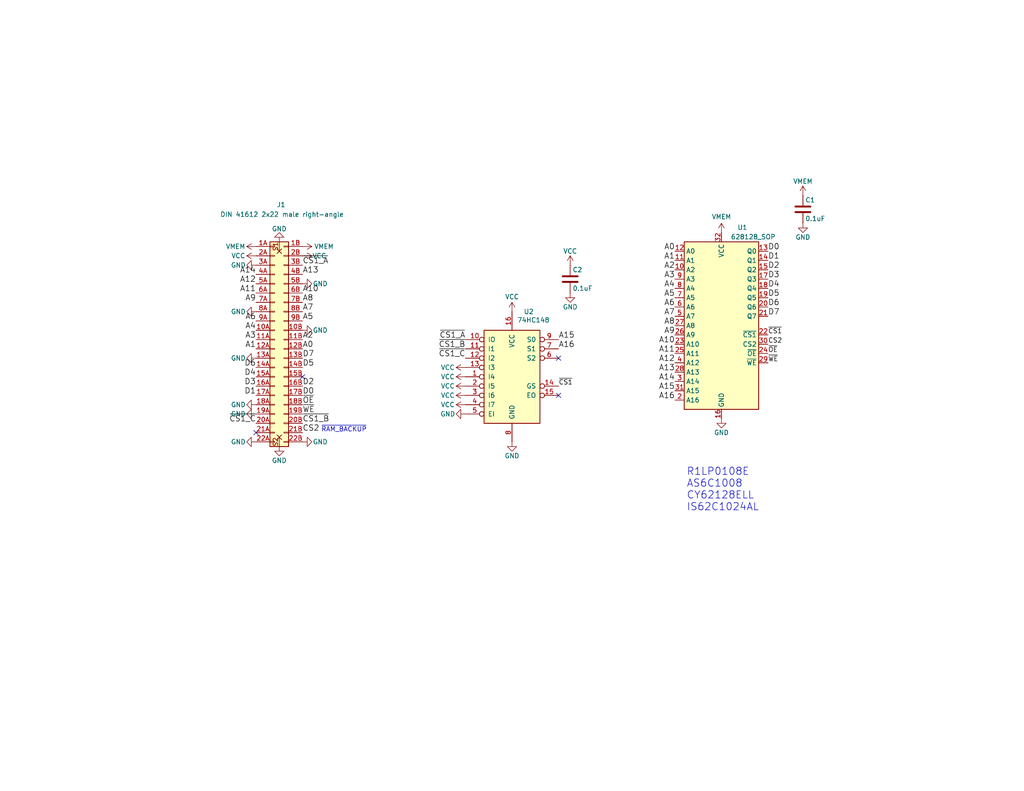
<source format=kicad_sch>
(kicad_sch (version 20211123) (generator eeschema)
  (paper "USLetter")
  (title_block (title "TANDY 600 RAM 74148") (date "2022-09-26") (rev "008") (company "Brian K. White - b.kenyon.w@gmail.com") (comment 1 "LICENSE: CC-BY-SA 4.0") (comment 2 "Originally based on Model600Sram_v1.1 by Jayeson Lee-Steer"))
  (lib_symbols
    (symbol "000_LOCAL:628128_SOP"
      (property "Reference" "U" (at -10.16 23.495 0))
      (property "Value" "628128_SOP" (at 2.54 23.495 0))
      (symbol "628128_SOP_0_0"
        (pin power_in line (at 0 -25.4 90) (length 2.54) (name "GND") (number "16"))
        (pin power_in line (at 0 25.4 270) (length 2.54) (name "VCC") (number "32"))
      )
      (symbol "628128_SOP_0_1"
        (rectangle (start -10.16 22.86) (end 10.16 -22.86) (stroke (width 0.254)) (fill (type background)))
      )
      (symbol "628128_SOP_1_1"
        (pin no_connect line (at 10.16 -20.32 180) (length 2.54) hide (name "NC") (number "1"))
        (pin input line (at -12.7 15.24 0) (length 2.54) (name "A2") (number "10"))
        (pin input line (at -12.7 17.78 0) (length 2.54) (name "A1") (number "11"))
        (pin input line (at -12.7 20.32 0) (length 2.54) (name "A0") (number "12"))
        (pin tri_state line (at 12.7 20.32 180) (length 2.54) (name "Q0") (number "13"))
        (pin tri_state line (at 12.7 17.78 180) (length 2.54) (name "Q1") (number "14"))
        (pin tri_state line (at 12.7 15.24 180) (length 2.54) (name "Q2") (number "15"))
        (pin tri_state line (at 12.7 12.7 180) (length 2.54) (name "Q3") (number "17"))
        (pin tri_state line (at 12.7 10.16 180) (length 2.54) (name "Q4") (number "18"))
        (pin tri_state line (at 12.7 7.62 180) (length 2.54) (name "Q5") (number "19"))
        (pin input line (at -12.7 -20.32 0) (length 2.54) (name "A16") (number "2"))
        (pin tri_state line (at 12.7 5.08 180) (length 2.54) (name "Q6") (number "20"))
        (pin tri_state line (at 12.7 2.54 180) (length 2.54) (name "Q7") (number "21"))
        (pin input line (at 12.7 -2.54 180) (length 2.54) (name "~{CS1}") (number "22"))
        (pin input line (at -12.7 -5.08 0) (length 2.54) (name "A10") (number "23"))
        (pin input line (at 12.7 -7.62 180) (length 2.54) (name "~{OE}") (number "24"))
        (pin input line (at -12.7 -7.62 0) (length 2.54) (name "A11") (number "25"))
        (pin input line (at -12.7 -2.54 0) (length 2.54) (name "A9") (number "26"))
        (pin input line (at -12.7 0 0) (length 2.54) (name "A8") (number "27"))
        (pin input line (at -12.7 -12.7 0) (length 2.54) (name "A13") (number "28"))
        (pin input line (at 12.7 -10.16 180) (length 2.54) (name "~{WE}") (number "29"))
        (pin input line (at -12.7 -15.24 0) (length 2.54) (name "A14") (number "3"))
        (pin input line (at 12.7 -5.08 180) (length 2.54) (name "CS2") (number "30"))
        (pin input line (at -12.7 -17.78 0) (length 2.54) (name "A15") (number "31"))
        (pin input line (at -12.7 -10.16 0) (length 2.54) (name "A12") (number "4"))
        (pin input line (at -12.7 2.54 0) (length 2.54) (name "A7") (number "5"))
        (pin input line (at -12.7 5.08 0) (length 2.54) (name "A6") (number "6"))
        (pin input line (at -12.7 7.62 0) (length 2.54) (name "A5") (number "7"))
        (pin input line (at -12.7 10.16 0) (length 2.54) (name "A4") (number "8"))
        (pin input line (at -12.7 12.7 0) (length 2.54) (name "A3") (number "9"))
      )
    )
    (symbol "000_LOCAL:74HC148" (pin_names (offset 1.016))
      (property "Reference" "U" (at -7.62 13.97 0))
      (property "Value" "74HC148" (at -7.62 -13.97 0))
      (symbol "74HC148_1_0"
        (pin input inverted (at -12.7 0 0) (length 5.08) (name "I4") (number "1"))
        (pin input inverted (at -12.7 10.16 0) (length 5.08) (name "IO") (number "10"))
        (pin input inverted (at -12.7 7.62 0) (length 5.08) (name "I1") (number "11"))
        (pin input inverted (at -12.7 5.08 0) (length 5.08) (name "I2") (number "12"))
        (pin input inverted (at -12.7 2.54 0) (length 5.08) (name "I3") (number "13"))
        (pin output inverted (at 12.7 -2.54 180) (length 5.08) (name "GS") (number "14"))
        (pin output inverted (at 12.7 -5.08 180) (length 5.08) (name "EO") (number "15"))
        (pin power_in line (at 0 17.78 270) (length 5.08) (name "VCC") (number "16"))
        (pin input inverted (at -12.7 -2.54 0) (length 5.08) (name "I5") (number "2"))
        (pin input inverted (at -12.7 -5.08 0) (length 5.08) (name "I6") (number "3"))
        (pin input inverted (at -12.7 -7.62 0) (length 5.08) (name "I7") (number "4"))
        (pin input inverted (at -12.7 -10.16 0) (length 5.08) (name "EI") (number "5"))
        (pin output inverted (at 12.7 5.08 180) (length 5.08) (name "S2") (number "6"))
        (pin output inverted (at 12.7 7.62 180) (length 5.08) (name "S1") (number "7"))
        (pin power_in line (at 0 -17.78 90) (length 5.08) (name "GND") (number "8"))
        (pin output inverted (at 12.7 10.16 180) (length 5.08) (name "S0") (number "9"))
      )
      (symbol "74HC148_1_1"
        (rectangle (start -7.62 12.7) (end 7.62 -12.7) (stroke (width 0.254)) (fill (type background)))
      )
    )
    (symbol "000_LOCAL:C" (pin_numbers hide) (pin_names (offset 0.254))
      (property "Reference" "C" (at 0.635 2.54 0))
      (property "Value" "C" (at 0.635 -2.54 0))
      (symbol "C_0_1"
        (polyline (pts (xy -2.032 -0.762) (xy 2.032 -0.762)) (stroke (width 0.508)))
        (polyline (pts (xy -2.032 0.762) (xy 2.032 0.762)) (stroke (width 0.508)))
      )
      (symbol "C_1_1"
        (pin passive line (at 0 3.81 270) (length 2.794) (name "~") (number "1"))
        (pin passive line (at 0 -3.81 90) (length 2.794) (name "~") (number "2"))
      )
    )
    (symbol "000_LOCAL:DIN 41612 2x22 male right-angle" (pin_names (offset 1.016) hide)
      (property "Reference" "J" (at -2.7432 28.9052 0))
      (property "Value" "DIN 41612 2x22 male right-angle" (at 18.8468 28.8036 0))
      (symbol "DIN 41612 2x22 male right-angle_1_1"
        (rectangle (start -1.27 -27.813) (end 0 -28.067) (stroke (width 0.1524)))
        (rectangle (start -1.27 -25.273) (end 0 -25.527) (stroke (width 0.1524)))
        (rectangle (start -1.27 -22.733) (end 0 -22.987) (stroke (width 0.1524)))
        (rectangle (start -1.27 -20.193) (end 0 -20.447) (stroke (width 0.1524)))
        (rectangle (start -1.27 -17.653) (end 0 -17.907) (stroke (width 0.1524)))
        (rectangle (start -1.27 -15.113) (end 0 -15.367) (stroke (width 0.1524)))
        (rectangle (start -1.27 -12.573) (end 0 -12.827) (stroke (width 0.1524)))
        (rectangle (start -1.27 -10.033) (end 0 -10.287) (stroke (width 0.1524)))
        (rectangle (start -1.27 -7.493) (end 0 -7.747) (stroke (width 0.1524)))
        (rectangle (start -1.27 -4.953) (end 0 -5.207) (stroke (width 0.1524)))
        (rectangle (start -1.27 -2.413) (end 0 -2.667) (stroke (width 0.1524)))
        (rectangle (start -1.27 0.127) (end 0 -0.127) (stroke (width 0.1524)))
        (rectangle (start -1.27 2.667) (end 0 2.413) (stroke (width 0.1524)))
        (rectangle (start -1.27 5.207) (end 0 4.953) (stroke (width 0.1524)))
        (rectangle (start -1.27 7.747) (end 0 7.493) (stroke (width 0.1524)))
        (rectangle (start -1.27 10.287) (end 0 10.033) (stroke (width 0.1524)))
        (rectangle (start -1.27 12.827) (end 0 12.573) (stroke (width 0.1524)))
        (rectangle (start -1.27 15.367) (end 0 15.113) (stroke (width 0.1524)))
        (rectangle (start -1.27 17.907) (end 0 17.653) (stroke (width 0.1524)))
        (rectangle (start -1.27 20.447) (end 0 20.193) (stroke (width 0.1524)))
        (rectangle (start -1.27 22.987) (end 0 22.733) (stroke (width 0.1524)))
        (rectangle (start -1.27 25.527) (end 0 25.273) (stroke (width 0.1524)))
        (rectangle (start -1.27 26.67) (end 3.81 -29.21) (stroke (width 0.254)) (fill (type background)))
        (rectangle (start 3.81 -27.813) (end 2.54 -28.067) (stroke (width 0.1524)))
        (rectangle (start 3.81 -25.273) (end 2.54 -25.527) (stroke (width 0.1524)))
        (rectangle (start 3.81 -22.733) (end 2.54 -22.987) (stroke (width 0.1524)))
        (rectangle (start 3.81 -20.193) (end 2.54 -20.447) (stroke (width 0.1524)))
        (rectangle (start 3.81 -17.653) (end 2.54 -17.907) (stroke (width 0.1524)))
        (rectangle (start 3.81 -15.113) (end 2.54 -15.367) (stroke (width 0.1524)))
        (rectangle (start 3.81 -12.573) (end 2.54 -12.827) (stroke (width 0.1524)))
        (rectangle (start 3.81 -10.033) (end 2.54 -10.287) (stroke (width 0.1524)))
        (rectangle (start 3.81 -7.493) (end 2.54 -7.747) (stroke (width 0.1524)))
        (rectangle (start 3.81 -4.953) (end 2.54 -5.207) (stroke (width 0.1524)))
        (rectangle (start 3.81 -2.413) (end 2.54 -2.667) (stroke (width 0.1524)))
        (rectangle (start 3.81 0.127) (end 2.54 -0.127) (stroke (width 0.1524)))
        (rectangle (start 3.81 2.667) (end 2.54 2.413) (stroke (width 0.1524)))
        (rectangle (start 3.81 5.207) (end 2.54 4.953) (stroke (width 0.1524)))
        (rectangle (start 3.81 7.747) (end 2.54 7.493) (stroke (width 0.1524)))
        (rectangle (start 3.81 10.287) (end 2.54 10.033) (stroke (width 0.1524)))
        (rectangle (start 3.81 12.827) (end 2.54 12.573) (stroke (width 0.1524)))
        (rectangle (start 3.81 15.367) (end 2.54 15.113) (stroke (width 0.1524)))
        (rectangle (start 3.81 17.907) (end 2.54 17.653) (stroke (width 0.1524)))
        (rectangle (start 3.81 20.447) (end 2.54 20.193) (stroke (width 0.1524)))
        (rectangle (start 3.81 22.987) (end 2.54 22.733) (stroke (width 0.1524)))
        (rectangle (start 3.81 25.527) (end 2.54 25.273) (stroke (width 0.1524)))
        (pin passive line (at -5.08 2.54 0) (length 3.81) (name "10A") (number "10A"))
        (pin passive line (at 7.62 2.54 180) (length 3.81) (name "10B") (number "10B"))
        (pin passive line (at -5.08 0 0) (length 3.81) (name "11A") (number "11A"))
        (pin passive line (at 7.62 0 180) (length 3.81) (name "11B") (number "11B"))
        (pin passive line (at -5.08 -2.54 0) (length 3.81) (name "12A") (number "12A"))
        (pin passive line (at 7.62 -2.54 180) (length 3.81) (name "12B") (number "12B"))
        (pin passive line (at -5.08 -5.08 0) (length 3.81) (name "13A") (number "13A"))
        (pin passive line (at 7.62 -5.08 180) (length 3.81) (name "13B") (number "13B"))
        (pin passive line (at -5.08 -7.62 0) (length 3.81) (name "14A") (number "14A"))
        (pin passive line (at 7.62 -7.62 180) (length 3.81) (name "14B") (number "14B"))
        (pin passive line (at -5.08 -10.16 0) (length 3.81) (name "15A") (number "15A"))
        (pin passive line (at 7.62 -10.16 180) (length 3.81) (name "15B") (number "15B"))
        (pin passive line (at -5.08 -12.7 0) (length 3.81) (name "16A") (number "16A"))
        (pin passive line (at 7.62 -12.7 180) (length 3.81) (name "16B") (number "16B"))
        (pin passive line (at -5.08 -15.24 0) (length 3.81) (name "17A") (number "17A"))
        (pin passive line (at 7.62 -15.24 180) (length 3.81) (name "17B") (number "17B"))
        (pin passive line (at -5.08 -17.78 0) (length 3.81) (name "18A") (number "18A"))
        (pin passive line (at 7.62 -17.78 180) (length 3.81) (name "18B") (number "18B"))
        (pin passive line (at -5.08 -20.32 0) (length 3.81) (name "19A") (number "19A"))
        (pin passive line (at 7.62 -20.32 180) (length 3.81) (name "19B") (number "19B"))
        (pin passive line (at -5.08 25.4 0) (length 3.81) (name "1A") (number "1A"))
        (pin passive line (at 7.62 25.4 180) (length 3.81) (name "1B") (number "1B"))
        (pin passive line (at -5.08 -22.86 0) (length 3.81) (name "20A") (number "20A"))
        (pin passive line (at 7.62 -22.86 180) (length 3.81) (name "20B") (number "20B"))
        (pin passive line (at -5.08 -25.4 0) (length 3.81) (name "21A") (number "21A"))
        (pin passive line (at 7.62 -25.4 180) (length 3.81) (name "21B") (number "21B"))
        (pin passive line (at -5.08 -27.94 0) (length 3.81) (name "22A") (number "22A"))
        (pin passive line (at 7.62 -27.94 180) (length 3.81) (name "22B") (number "22B"))
        (pin passive line (at -5.08 22.86 0) (length 3.81) (name "2A") (number "2A"))
        (pin passive line (at 7.62 22.86 180) (length 3.81) (name "2B") (number "2B"))
        (pin passive line (at -5.08 20.32 0) (length 3.81) (name "3A") (number "3A"))
        (pin passive line (at 7.62 20.32 180) (length 3.81) (name "3B") (number "3B"))
        (pin passive line (at -5.08 17.78 0) (length 3.81) (name "4A") (number "4A"))
        (pin passive line (at 7.62 17.78 180) (length 3.81) (name "4B") (number "4B"))
        (pin passive line (at -5.08 15.24 0) (length 3.81) (name "5A") (number "5A"))
        (pin passive line (at 7.62 15.24 180) (length 3.81) (name "5B") (number "5B"))
        (pin passive line (at -5.08 12.7 0) (length 3.81) (name "6A") (number "6A"))
        (pin passive line (at 7.62 12.7 180) (length 3.81) (name "6B") (number "6B"))
        (pin passive line (at -5.08 10.16 0) (length 3.81) (name "7A") (number "7A"))
        (pin passive line (at 7.62 10.16 180) (length 3.81) (name "7B") (number "7B"))
        (pin passive line (at -5.08 7.62 0) (length 3.81) (name "8A") (number "8A"))
        (pin passive line (at 7.62 7.62 180) (length 3.81) (name "8B") (number "8B"))
        (pin passive line (at -5.08 5.08 0) (length 3.81) (name "9A") (number "9A"))
        (pin passive line (at 7.62 5.08 180) (length 3.81) (name "9B") (number "9B"))
        (pin passive non_logic (at 1.27 26.67 270) (length 2.54) (name "mount") (number "S1"))
        (pin passive non_logic (at 1.27 -29.21 90) (length 2.54) (name "mount") (number "S2"))
      )
    )
    (symbol "000_LOCAL:GND" (power) (pin_names (offset 0))
      (property "Value" "GND" (at 0 -3.81 0))
      (symbol "GND_0_1"
        (polyline (pts (xy 0 0) (xy 0 -1.27) (xy 1.27 -1.27) (xy 0 -2.54) (xy -1.27 -1.27) (xy 0 -1.27)))
      )
      (symbol "GND_1_1"
        (pin power_in line (at 0 0 270) (length 0) hide (name "GND") (number "1"))
      )
    )
    (symbol "000_LOCAL:VCC" (power) (pin_names (offset 0))
      (property "Value" "VCC" (at 0 3.81 0))
      (symbol "VCC_0_1"
        (polyline (pts (xy -0.762 1.27) (xy 0 2.54)))
        (polyline (pts (xy 0 0) (xy 0 2.54)))
        (polyline (pts (xy 0 2.54) (xy 0.762 1.27)))
      )
      (symbol "VCC_1_1"
        (pin power_in line (at 0 0 90) (length 0) hide (name "VCC") (number "1"))
      )
    )
    (symbol "000_LOCAL:VMEM" (power) (pin_names (offset 0))
      (property "Value" "VMEM" (at 0 3.81 0))
      (symbol "VMEM_0_1"
        (polyline (pts (xy -0.762 1.27) (xy 0 2.54)))
        (polyline (pts (xy 0 0) (xy 0 2.54)))
        (polyline (pts (xy 0 2.54) (xy 0.762 1.27)))
      )
      (symbol "VMEM_1_1"
        (pin power_in line (at 0 0 90) (length 0) hide (name "VMEM") (number "1"))
      )
    )
  )
  (no_connect (at 69.85 118.11))
  (no_connect (at 82.55 102.87))
  (no_connect (at 152.4 107.95))
  (no_connect (at 152.4 97.79))
  (text "~{RAM_BACKUP}" (at 87.63 118.11 0) (effects (font (size 1.27 1.27)) (justify left bottom)))
  (text "R1LP0108E\nAS6C1008\nCY62128ELL\nIS62C1024AL\n" (at 187.325 139.7 0) (effects (font (size 2 2)) (justify left bottom)))
  (label "A16" (at 152.4 95.25 0) (effects (font (size 1.524 1.524))))
  (label "D2" (at 82.55 105.41 0) (effects (font (size 1.524 1.524))))
  (label "~{CS1_C}" (at 69.85 115.57 180) (effects (font (size 1.524 1.524))))
  (label "A13" (at 82.55 74.93 0) (effects (font (size 1.524 1.524))))
  (label "A12" (at 69.85 77.47 180) (effects (font (size 1.524 1.524))))
  (label "D6" (at 69.85 100.33 180) (effects (font (size 1.524 1.524))))
  (label "A13" (at 184.15 101.6 180) (effects (font (size 1.524 1.524))))
  (label "A7" (at 184.15 86.36 180) (effects (font (size 1.524 1.524))))
  (label "A1" (at 184.15 71.12 180) (effects (font (size 1.524 1.524))))
  (label "~{WE}" (at 209.55 99.06 0))
  (label "A4" (at 69.85 90.17 180) (effects (font (size 1.524 1.524))))
  (label "A3" (at 69.85 92.71 180) (effects (font (size 1.524 1.524))))
  (label "A4" (at 184.15 78.74 180) (effects (font (size 1.524 1.524))))
  (label "A12" (at 184.15 99.06 180) (effects (font (size 1.524 1.524))))
  (label "A9" (at 184.15 91.44 180) (effects (font (size 1.524 1.524))))
  (label "D0" (at 209.55 68.58 0) (effects (font (size 1.524 1.524))))
  (label "D0" (at 82.55 107.95 0) (effects (font (size 1.524 1.524))))
  (label "D7" (at 82.55 97.79 0) (effects (font (size 1.524 1.524))))
  (label "CS2" (at 82.55 118.11 0) (effects (font (size 1.524 1.524))))
  (label "A2" (at 82.55 92.71 0) (effects (font (size 1.524 1.524))))
  (label "D5" (at 209.55 81.28 0) (effects (font (size 1.524 1.524))))
  (label "A5" (at 184.15 81.28 180) (effects (font (size 1.524 1.524))))
  (label "A1" (at 69.85 95.25 180) (effects (font (size 1.524 1.524))))
  (label "~{CS1_B}" (at 127 95.25 180) (effects (font (size 1.524 1.524))))
  (label "~{CS1_A}" (at 82.55 72.39 0) (effects (font (size 1.524 1.524))))
  (label "CS2" (at 209.55 93.98 0))
  (label "~{CS1}" (at 152.4 105.41 0))
  (label "D4" (at 69.85 102.87 180) (effects (font (size 1.524 1.524))))
  (label "A11" (at 184.15 96.52 180) (effects (font (size 1.524 1.524))))
  (label "A16" (at 184.15 109.22 180) (effects (font (size 1.524 1.524))))
  (label "D1" (at 69.85 107.95 180) (effects (font (size 1.524 1.524))))
  (label "A10" (at 184.15 93.98 180) (effects (font (size 1.524 1.524))))
  (label "A3" (at 184.15 76.2 180) (effects (font (size 1.524 1.524))))
  (label "~{CS1_B}" (at 82.55 115.57 0) (effects (font (size 1.524 1.524))))
  (label "D5" (at 82.55 100.33 0) (effects (font (size 1.524 1.524))))
  (label "A6" (at 69.85 87.63 180) (effects (font (size 1.524 1.524))))
  (label "A5" (at 82.55 87.63 0) (effects (font (size 1.524 1.524))))
  (label "~{OE}" (at 82.55 110.49 0) (effects (font (size 1.524 1.524))))
  (label "A0" (at 82.55 95.25 0) (effects (font (size 1.524 1.524))))
  (label "A8" (at 82.55 82.55 0) (effects (font (size 1.524 1.524))))
  (label "D1" (at 209.55 71.12 0) (effects (font (size 1.524 1.524))))
  (label "D3" (at 69.85 105.41 180) (effects (font (size 1.524 1.524))))
  (label "A14" (at 184.15 104.14 180) (effects (font (size 1.524 1.524))))
  (label "A10" (at 82.55 80.01 0) (effects (font (size 1.524 1.524))))
  (label "A11" (at 69.85 80.01 180) (effects (font (size 1.524 1.524))))
  (label "A2" (at 184.15 73.66 180) (effects (font (size 1.524 1.524))))
  (label "D7" (at 209.55 86.36 0) (effects (font (size 1.524 1.524))))
  (label "A14" (at 69.85 74.93 180) (effects (font (size 1.524 1.524))))
  (label "~{CS1_A}" (at 127 92.71 180) (effects (font (size 1.524 1.524))))
  (label "A8" (at 184.15 88.9 180) (effects (font (size 1.524 1.524))))
  (label "D2" (at 209.55 73.66 0) (effects (font (size 1.524 1.524))))
  (label "D3" (at 209.55 76.2 0) (effects (font (size 1.524 1.524))))
  (label "A7" (at 82.55 85.09 0) (effects (font (size 1.524 1.524))))
  (label "~{CS1_C}" (at 127 97.79 180) (effects (font (size 1.524 1.524))))
  (label "A15" (at 184.15 106.68 180) (effects (font (size 1.524 1.524))))
  (label "A15" (at 152.4 92.71 0) (effects (font (size 1.524 1.524))))
  (label "A0" (at 184.15 68.58 180) (effects (font (size 1.524 1.524))))
  (label "A9" (at 69.85 82.55 180) (effects (font (size 1.524 1.524))))
  (label "~{OE}" (at 209.55 96.52 0))
  (label "A6" (at 184.15 83.82 180) (effects (font (size 1.524 1.524))))
  (label "~{CS1}" (at 209.55 91.44 0))
  (label "D4" (at 209.55 78.74 0) (effects (font (size 1.524 1.524))))
  (label "D6" (at 209.55 83.82 0) (effects (font (size 1.524 1.524))))
  (label "~{WE}" (at 82.55 113.03 0) (effects (font (size 1.524 1.524))))
  (symbol (lib_id "000_LOCAL:C") (at 219.075 57.15 0) (unit 1)
    (property "Reference" "C1" (at 219.71 54.61 0) (effects (justify left)))
    (property "Value" "0.1uF" (at 219.71 59.69 0) (effects (justify left)))
    (property "Footprint" "000_LOCAL:C_1206" (effects hide))
  )
  (symbol (lib_id "000_LOCAL:C") (at 155.575 76.2 0) (unit 1)
    (property "Reference" "C2" (at 156.21 73.66 0) (effects (justify left)))
    (property "Value" "0.1uF" (at 156.21 78.74 0) (effects (justify left)))
    (property "Footprint" "000_LOCAL:C_1206" (effects hide))
  )
  (symbol (lib_id "000_LOCAL:DIN 41612 2x22 male right-angle") (at 74.93 92.71 0) (unit 1)
    (property "Reference" "J1" (at 76.708 55.88 0))
    (property "Value" "DIN 41612 2x22 male right-angle" (at 76.962 58.547 0))
    (property "Footprint" "000_LOCAL:DIN 41612 2x22 male right-angle" (effects hide))
  )
  (symbol (lib_id "000_LOCAL:VCC") (at 155.575 72.39 0) (unit 1)
    (property "Reference" "#PWR0104" (effects hide))
    (property "Value" "VCC" (at 155.575 68.58 0))
  )
  (symbol (lib_id "000_LOCAL:VMEM") (at 69.85 67.31 90) (unit 1)
    (property "Reference" "#PWR0101" (effects hide))
    (property "Value" "VMEM" (at 64.262 67.31 90))
  )
  (symbol (lib_id "000_LOCAL:VMEM") (at 82.55 67.31 270) (unit 1)
    (property "Reference" "#PWR0102" (effects hide))
    (property "Value" "VMEM" (at 88.392 67.31 90))
  )
  (symbol (lib_id "000_LOCAL:VCC") (at 69.85 69.85 90) (unit 1)
    (property "Reference" "#PWR0103" (effects hide))
    (property "Value" "VCC" (at 65.024 69.85 90))
  )
  (symbol (lib_id "000_LOCAL:VCC") (at 82.55 69.85 270) (unit 1)
    (property "Reference" "#PWR0108" (effects hide))
    (property "Value" "VCC" (at 87.122 69.85 90))
  )
  (symbol (lib_id "000_LOCAL:GND") (at 155.575 80.01 0) (unit 1)
    (property "Reference" "#PWR0105" (effects hide))
    (property "Value" "GND" (at 155.575 83.82 0))
  )
  (symbol (lib_id "000_LOCAL:GND") (at 219.075 60.96 0) (unit 1)
    (property "Reference" "#PWR0106" (effects hide))
    (property "Value" "GND" (at 219.075 64.77 0))
  )
  (symbol (lib_id "000_LOCAL:VMEM") (at 219.075 53.34 0) (unit 1)
    (property "Reference" "#PWR0107" (effects hide))
    (property "Value" "VMEM" (at 219.075 49.53 0))
  )
  (symbol (lib_id "000_LOCAL:GND") (at 82.55 77.47 90) (unit 1)
    (property "Reference" "#PWR0109" (effects hide))
    (property "Value" "GND" (at 87.376 77.47 90))
  )
  (symbol (lib_id "000_LOCAL:GND") (at 82.55 90.17 90) (unit 1)
    (property "Reference" "#PWR0110" (effects hide))
    (property "Value" "GND" (at 87.376 90.17 90))
  )
  (symbol (lib_id "000_LOCAL:VCC") (at 127 110.49 90) (unit 1)
    (property "Reference" "#PWR0113" (effects hide))
    (property "Value" "VCC" (at 122.174 110.49 90))
  )
  (symbol (lib_id "000_LOCAL:GND") (at 127 113.03 270) (unit 1)
    (property "Reference" "#PWR0114" (effects hide))
    (property "Value" "GND" (at 122.174 113.03 90))
  )
  (symbol (lib_id "000_LOCAL:VMEM") (at 196.85 63.5 0) (unit 1)
    (property "Reference" "#PWR0115" (effects hide))
    (property "Value" "VMEM" (at 196.85 59.182 0))
  )
  (symbol (lib_id "000_LOCAL:GND") (at 82.55 120.65 90) (unit 1)
    (property "Reference" "#PWR0111" (effects hide))
    (property "Value" "GND" (at 87.376 120.65 90))
  )
  (symbol (lib_id "000_LOCAL:GND") (at 69.85 72.39 270) (unit 1)
    (property "Reference" "#PWR0112" (effects hide))
    (property "Value" "GND" (at 65.024 72.39 90))
  )
  (symbol (lib_id "000_LOCAL:GND") (at 69.85 85.09 270) (unit 1)
    (property "Reference" "#PWR0116" (effects hide))
    (property "Value" "GND" (at 65.024 85.09 90))
  )
  (symbol (lib_id "000_LOCAL:GND") (at 69.85 97.79 270) (unit 1)
    (property "Reference" "#PWR0117" (effects hide))
    (property "Value" "GND" (at 65.024 97.79 90))
  )
  (symbol (lib_id "000_LOCAL:GND") (at 69.85 110.49 270) (unit 1)
    (property "Reference" "#PWR0118" (effects hide))
    (property "Value" "GND" (at 65.024 110.49 90))
  )
  (symbol (lib_id "000_LOCAL:GND") (at 69.85 113.03 270) (unit 1)
    (property "Reference" "#PWR0119" (effects hide))
    (property "Value" "GND" (at 65.024 113.03 90))
  )
  (symbol (lib_id "000_LOCAL:GND") (at 69.85 120.65 270) (unit 1)
    (property "Reference" "#PWR0120" (effects hide))
    (property "Value" "GND" (at 65.024 120.65 90))
  )
  (symbol (lib_id "000_LOCAL:VCC") (at 127 100.33 90) (unit 1)
    (property "Reference" "#PWR0121" (effects hide))
    (property "Value" "VCC" (at 122.174 100.33 90))
  )
  (symbol (lib_id "000_LOCAL:VCC") (at 127 102.87 90) (unit 1)
    (property "Reference" "#PWR0122" (effects hide))
    (property "Value" "VCC" (at 122.174 102.87 90))
  )
  (symbol (lib_id "000_LOCAL:VCC") (at 127 105.41 90) (unit 1)
    (property "Reference" "#PWR0123" (effects hide))
    (property "Value" "VCC" (at 122.174 105.41 90))
  )
  (symbol (lib_id "000_LOCAL:VCC") (at 127 107.95 90) (unit 1)
    (property "Reference" "#PWR0124" (effects hide))
    (property "Value" "VCC" (at 122.174 107.95 90))
  )
  (symbol (lib_id "000_LOCAL:74HC148") (at 139.7 102.87 0) (unit 1)
    (property "Reference" "U2" (at 144.272 85.09 0))
    (property "Value" "74HC148" (at 145.542 87.376 0))
    (property "Footprint" "000_LOCAL:SOIC-SOP-16" (effects hide))
  )
  (symbol (lib_id "000_LOCAL:VCC") (at 139.7 85.09 0) (unit 1)
    (property "Reference" "#PWR0125" (effects hide))
    (property "Value" "VCC" (at 139.7 81.026 0))
  )
  (symbol (lib_id "000_LOCAL:628128_SOP") (at 196.85 88.9 0) (unit 1)
    (property "Reference" "U1" (at 202.565 62.103 0))
    (property "Value" "628128_SOP" (at 199.39 65.405 0) (effects (justify left bottom)))
    (property "Footprint" "000_LOCAL:SOP-32W" (effects hide))
    (property "Datasheet" "http://www.futurlec.com/Datasheet/Memory/628128.pdf" (effects hide))
  )
  (symbol (lib_id "000_LOCAL:GND") (at 196.85 114.3 0) (unit 1)
    (property "Reference" "#PWR?" (effects hide))
    (property "Value" "GND" (at 196.85 118.11 0))
  )
  (symbol (lib_id "000_LOCAL:GND") (at 139.7 120.65 0) (unit 1)
    (property "Reference" "#PWR?" (effects hide))
    (property "Value" "GND" (at 139.7 124.46 0))
  )
  (symbol (lib_id "000_LOCAL:GND") (at 76.2 66.04 0) (mirror x) (unit 1)
    (property "Reference" "#PWR0127" (effects hide))
    (property "Value" "GND" (at 76.2 62.484 0))
  )
  (symbol (lib_id "000_LOCAL:GND") (at 76.2 121.92 0) (unit 1)
    (property "Reference" "#PWR0126" (effects hide))
    (property "Value" "GND" (at 76.2 125.73 0))
  )
)
</source>
